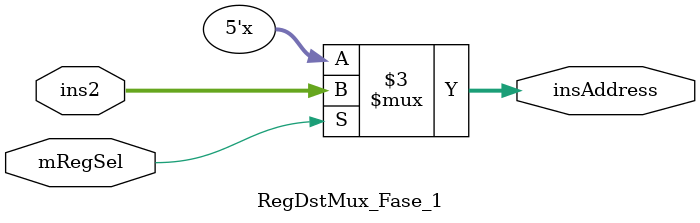
<source format=v>
module RegDstMux_Fase_1(
	input [4:0]ins2,
	input mRegSel,
	output reg [4:0]insAddress
);

//2 - Declaracion de cables y registros

//3 - Cuerpo del modulo

//Bloque secuencial
always @*
begin
	case(mRegSel)
	1'b1:
		insAddress = ins2;
	default:
		insAddress = 5'bz;
	endcase
end

endmodule


</source>
